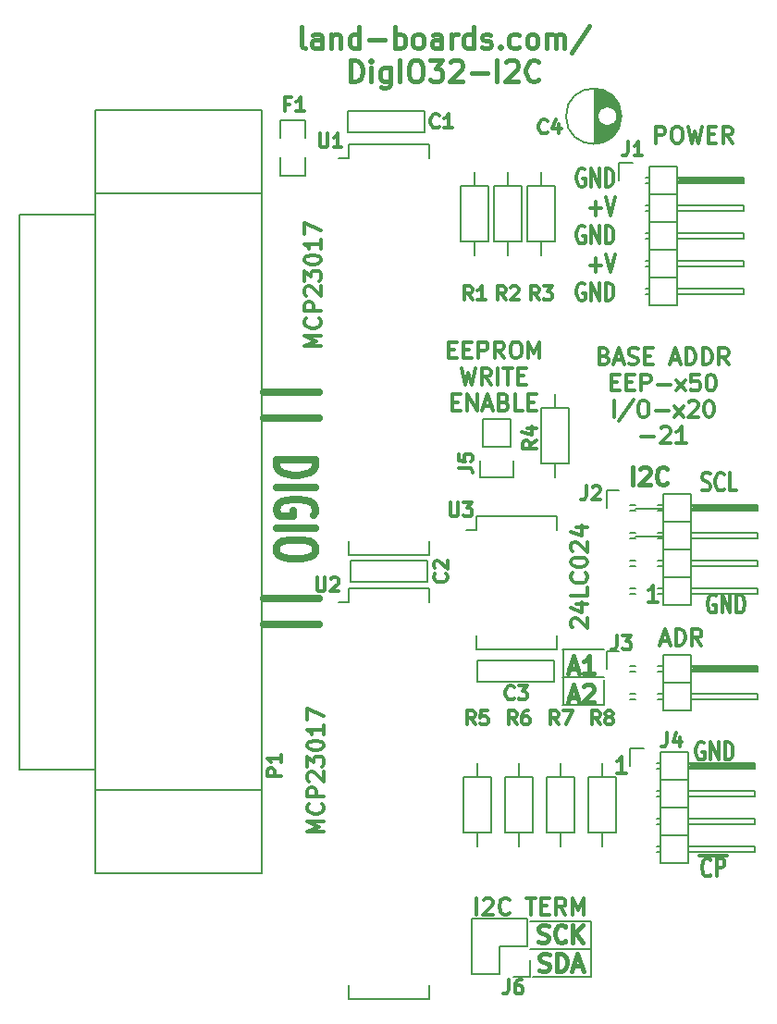
<source format=gto>
G04 #@! TF.FileFunction,Legend,Top*
%FSLAX46Y46*%
G04 Gerber Fmt 4.6, Leading zero omitted, Abs format (unit mm)*
G04 Created by KiCad (PCBNEW (after 2015-mar-04 BZR unknown)-product) date 10/25/2016 10:05:54 AM*
%MOMM*%
G01*
G04 APERTURE LIST*
%ADD10C,0.150000*%
%ADD11C,0.300000*%
%ADD12C,0.200000*%
%ADD13C,0.396875*%
%ADD14C,0.381000*%
%ADD15C,0.635000*%
%ADD16C,0.127000*%
%ADD17C,0.317500*%
G04 APERTURE END LIST*
D10*
D11*
X61226095Y-92537643D02*
X61165619Y-92616262D01*
X60984190Y-92694881D01*
X60863238Y-92694881D01*
X60681810Y-92616262D01*
X60560857Y-92459024D01*
X60500381Y-92301786D01*
X60439905Y-91987310D01*
X60439905Y-91751452D01*
X60500381Y-91436976D01*
X60560857Y-91279738D01*
X60681810Y-91122500D01*
X60863238Y-91043881D01*
X60984190Y-91043881D01*
X61165619Y-91122500D01*
X61226095Y-91201119D01*
X61770381Y-92694881D02*
X61770381Y-91043881D01*
X62254190Y-91043881D01*
X62375143Y-91122500D01*
X62435619Y-91201119D01*
X62496095Y-91358357D01*
X62496095Y-91594214D01*
X62435619Y-91751452D01*
X62375143Y-91830071D01*
X62254190Y-91908690D01*
X61770381Y-91908690D01*
X60198000Y-90759280D02*
X62738000Y-90759280D01*
X60439905Y-57310262D02*
X60621333Y-57388881D01*
X60923714Y-57388881D01*
X61044667Y-57310262D01*
X61105143Y-57231643D01*
X61165619Y-57074405D01*
X61165619Y-56917167D01*
X61105143Y-56759929D01*
X61044667Y-56681310D01*
X60923714Y-56602690D01*
X60681810Y-56524071D01*
X60560857Y-56445452D01*
X60500381Y-56366833D01*
X60439905Y-56209595D01*
X60439905Y-56052357D01*
X60500381Y-55895119D01*
X60560857Y-55816500D01*
X60681810Y-55737881D01*
X60984190Y-55737881D01*
X61165619Y-55816500D01*
X62435619Y-57231643D02*
X62375143Y-57310262D01*
X62193714Y-57388881D01*
X62072762Y-57388881D01*
X61891334Y-57310262D01*
X61770381Y-57153024D01*
X61709905Y-56995786D01*
X61649429Y-56681310D01*
X61649429Y-56445452D01*
X61709905Y-56130976D01*
X61770381Y-55973738D01*
X61891334Y-55816500D01*
X62072762Y-55737881D01*
X62193714Y-55737881D01*
X62375143Y-55816500D01*
X62435619Y-55895119D01*
X63584667Y-57388881D02*
X62979905Y-57388881D01*
X62979905Y-55737881D01*
D12*
X50292000Y-99314000D02*
X44704000Y-99314000D01*
X50292000Y-101854000D02*
X44958000Y-101854000D01*
X50292000Y-96774000D02*
X50292000Y-101854000D01*
X44704000Y-96774000D02*
X50292000Y-96774000D01*
X47752000Y-71882000D02*
X47752000Y-76962000D01*
D13*
X48278072Y-73668896D02*
X49034024Y-73668896D01*
X48126881Y-74122468D02*
X48656048Y-72534968D01*
X49185215Y-74122468D01*
X50545929Y-74122468D02*
X49638786Y-74122468D01*
X50092357Y-74122468D02*
X50092357Y-72534968D01*
X49941167Y-72761753D01*
X49789976Y-72912944D01*
X49638786Y-72988539D01*
X48278072Y-76288271D02*
X49034024Y-76288271D01*
X48126881Y-76741843D02*
X48656048Y-75154343D01*
X49185215Y-76741843D01*
X49638786Y-75305533D02*
X49714381Y-75229938D01*
X49865572Y-75154343D01*
X50243548Y-75154343D01*
X50394738Y-75229938D01*
X50470334Y-75305533D01*
X50545929Y-75456724D01*
X50545929Y-75607914D01*
X50470334Y-75834700D01*
X49563191Y-76741843D01*
X50545929Y-76741843D01*
D11*
X25570571Y-44179427D02*
X24070571Y-44179427D01*
X25142000Y-43679427D01*
X24070571Y-43179427D01*
X25570571Y-43179427D01*
X25427714Y-41607998D02*
X25499143Y-41679427D01*
X25570571Y-41893713D01*
X25570571Y-42036570D01*
X25499143Y-42250855D01*
X25356286Y-42393713D01*
X25213429Y-42465141D01*
X24927714Y-42536570D01*
X24713429Y-42536570D01*
X24427714Y-42465141D01*
X24284857Y-42393713D01*
X24142000Y-42250855D01*
X24070571Y-42036570D01*
X24070571Y-41893713D01*
X24142000Y-41679427D01*
X24213429Y-41607998D01*
X25570571Y-40965141D02*
X24070571Y-40965141D01*
X24070571Y-40393713D01*
X24142000Y-40250855D01*
X24213429Y-40179427D01*
X24356286Y-40107998D01*
X24570571Y-40107998D01*
X24713429Y-40179427D01*
X24784857Y-40250855D01*
X24856286Y-40393713D01*
X24856286Y-40965141D01*
X24213429Y-39536570D02*
X24142000Y-39465141D01*
X24070571Y-39322284D01*
X24070571Y-38965141D01*
X24142000Y-38822284D01*
X24213429Y-38750855D01*
X24356286Y-38679427D01*
X24499143Y-38679427D01*
X24713429Y-38750855D01*
X25570571Y-39607998D01*
X25570571Y-38679427D01*
X24070571Y-38179427D02*
X24070571Y-37250856D01*
X24642000Y-37750856D01*
X24642000Y-37536570D01*
X24713429Y-37393713D01*
X24784857Y-37322284D01*
X24927714Y-37250856D01*
X25284857Y-37250856D01*
X25427714Y-37322284D01*
X25499143Y-37393713D01*
X25570571Y-37536570D01*
X25570571Y-37965142D01*
X25499143Y-38107999D01*
X25427714Y-38179427D01*
X24070571Y-36322285D02*
X24070571Y-36179428D01*
X24142000Y-36036571D01*
X24213429Y-35965142D01*
X24356286Y-35893713D01*
X24642000Y-35822285D01*
X24999143Y-35822285D01*
X25284857Y-35893713D01*
X25427714Y-35965142D01*
X25499143Y-36036571D01*
X25570571Y-36179428D01*
X25570571Y-36322285D01*
X25499143Y-36465142D01*
X25427714Y-36536571D01*
X25284857Y-36607999D01*
X24999143Y-36679428D01*
X24642000Y-36679428D01*
X24356286Y-36607999D01*
X24213429Y-36536571D01*
X24142000Y-36465142D01*
X24070571Y-36322285D01*
X25570571Y-34393714D02*
X25570571Y-35250857D01*
X25570571Y-34822285D02*
X24070571Y-34822285D01*
X24284857Y-34965142D01*
X24427714Y-35108000D01*
X24499143Y-35250857D01*
X24070571Y-33893714D02*
X24070571Y-32893714D01*
X25570571Y-33536571D01*
D12*
X54350000Y-59046000D02*
X56890000Y-59046000D01*
X54350000Y-61586000D02*
X56890000Y-61586000D01*
X47698000Y-71952000D02*
X51508000Y-71952000D01*
X47698000Y-74492000D02*
X51508000Y-74492000D01*
X51508000Y-77032000D02*
X51508000Y-74746000D01*
X47698000Y-77032000D02*
X51508000Y-77032000D01*
D11*
X56225714Y-25570571D02*
X56225714Y-24070571D01*
X56797142Y-24070571D01*
X56940000Y-24142000D01*
X57011428Y-24213429D01*
X57082857Y-24356286D01*
X57082857Y-24570571D01*
X57011428Y-24713429D01*
X56940000Y-24784857D01*
X56797142Y-24856286D01*
X56225714Y-24856286D01*
X58011428Y-24070571D02*
X58297142Y-24070571D01*
X58440000Y-24142000D01*
X58582857Y-24284857D01*
X58654285Y-24570571D01*
X58654285Y-25070571D01*
X58582857Y-25356286D01*
X58440000Y-25499143D01*
X58297142Y-25570571D01*
X58011428Y-25570571D01*
X57868571Y-25499143D01*
X57725714Y-25356286D01*
X57654285Y-25070571D01*
X57654285Y-24570571D01*
X57725714Y-24284857D01*
X57868571Y-24142000D01*
X58011428Y-24070571D01*
X59154286Y-24070571D02*
X59511429Y-25570571D01*
X59797143Y-24499143D01*
X60082857Y-25570571D01*
X60440000Y-24070571D01*
X61011429Y-24784857D02*
X61511429Y-24784857D01*
X61725715Y-25570571D02*
X61011429Y-25570571D01*
X61011429Y-24070571D01*
X61725715Y-24070571D01*
X63225715Y-25570571D02*
X62725715Y-24856286D01*
X62368572Y-25570571D02*
X62368572Y-24070571D01*
X62940000Y-24070571D01*
X63082858Y-24142000D01*
X63154286Y-24213429D01*
X63225715Y-24356286D01*
X63225715Y-24570571D01*
X63154286Y-24713429D01*
X63082858Y-24784857D01*
X62940000Y-24856286D01*
X62368572Y-24856286D01*
X37259143Y-44482857D02*
X37759143Y-44482857D01*
X37973429Y-45268571D02*
X37259143Y-45268571D01*
X37259143Y-43768571D01*
X37973429Y-43768571D01*
X38616286Y-44482857D02*
X39116286Y-44482857D01*
X39330572Y-45268571D02*
X38616286Y-45268571D01*
X38616286Y-43768571D01*
X39330572Y-43768571D01*
X39973429Y-45268571D02*
X39973429Y-43768571D01*
X40544857Y-43768571D01*
X40687715Y-43840000D01*
X40759143Y-43911429D01*
X40830572Y-44054286D01*
X40830572Y-44268571D01*
X40759143Y-44411429D01*
X40687715Y-44482857D01*
X40544857Y-44554286D01*
X39973429Y-44554286D01*
X42330572Y-45268571D02*
X41830572Y-44554286D01*
X41473429Y-45268571D02*
X41473429Y-43768571D01*
X42044857Y-43768571D01*
X42187715Y-43840000D01*
X42259143Y-43911429D01*
X42330572Y-44054286D01*
X42330572Y-44268571D01*
X42259143Y-44411429D01*
X42187715Y-44482857D01*
X42044857Y-44554286D01*
X41473429Y-44554286D01*
X43259143Y-43768571D02*
X43544857Y-43768571D01*
X43687715Y-43840000D01*
X43830572Y-43982857D01*
X43902000Y-44268571D01*
X43902000Y-44768571D01*
X43830572Y-45054286D01*
X43687715Y-45197143D01*
X43544857Y-45268571D01*
X43259143Y-45268571D01*
X43116286Y-45197143D01*
X42973429Y-45054286D01*
X42902000Y-44768571D01*
X42902000Y-44268571D01*
X42973429Y-43982857D01*
X43116286Y-43840000D01*
X43259143Y-43768571D01*
X44544858Y-45268571D02*
X44544858Y-43768571D01*
X45044858Y-44840000D01*
X45544858Y-43768571D01*
X45544858Y-45268571D01*
X38402000Y-46168571D02*
X38759143Y-47668571D01*
X39044857Y-46597143D01*
X39330571Y-47668571D01*
X39687714Y-46168571D01*
X41116286Y-47668571D02*
X40616286Y-46954286D01*
X40259143Y-47668571D02*
X40259143Y-46168571D01*
X40830571Y-46168571D01*
X40973429Y-46240000D01*
X41044857Y-46311429D01*
X41116286Y-46454286D01*
X41116286Y-46668571D01*
X41044857Y-46811429D01*
X40973429Y-46882857D01*
X40830571Y-46954286D01*
X40259143Y-46954286D01*
X41759143Y-47668571D02*
X41759143Y-46168571D01*
X42259143Y-46168571D02*
X43116286Y-46168571D01*
X42687715Y-47668571D02*
X42687715Y-46168571D01*
X43616286Y-46882857D02*
X44116286Y-46882857D01*
X44330572Y-47668571D02*
X43616286Y-47668571D01*
X43616286Y-46168571D01*
X44330572Y-46168571D01*
X37616286Y-49282857D02*
X38116286Y-49282857D01*
X38330572Y-50068571D02*
X37616286Y-50068571D01*
X37616286Y-48568571D01*
X38330572Y-48568571D01*
X38973429Y-50068571D02*
X38973429Y-48568571D01*
X39830572Y-50068571D01*
X39830572Y-48568571D01*
X40473429Y-49640000D02*
X41187715Y-49640000D01*
X40330572Y-50068571D02*
X40830572Y-48568571D01*
X41330572Y-50068571D01*
X42330572Y-49282857D02*
X42544858Y-49354286D01*
X42616286Y-49425714D01*
X42687715Y-49568571D01*
X42687715Y-49782857D01*
X42616286Y-49925714D01*
X42544858Y-49997143D01*
X42402000Y-50068571D01*
X41830572Y-50068571D01*
X41830572Y-48568571D01*
X42330572Y-48568571D01*
X42473429Y-48640000D01*
X42544858Y-48711429D01*
X42616286Y-48854286D01*
X42616286Y-48997143D01*
X42544858Y-49140000D01*
X42473429Y-49211429D01*
X42330572Y-49282857D01*
X41830572Y-49282857D01*
X44044858Y-50068571D02*
X43330572Y-50068571D01*
X43330572Y-48568571D01*
X44544858Y-49282857D02*
X45044858Y-49282857D01*
X45259144Y-50068571D02*
X44544858Y-50068571D01*
X44544858Y-48568571D01*
X45259144Y-48568571D01*
X48597429Y-69920856D02*
X48526000Y-69849427D01*
X48454571Y-69706570D01*
X48454571Y-69349427D01*
X48526000Y-69206570D01*
X48597429Y-69135141D01*
X48740286Y-69063713D01*
X48883143Y-69063713D01*
X49097429Y-69135141D01*
X49954571Y-69992284D01*
X49954571Y-69063713D01*
X48954571Y-67777999D02*
X49954571Y-67777999D01*
X48383143Y-68135142D02*
X49454571Y-68492285D01*
X49454571Y-67563713D01*
X49954571Y-66277999D02*
X49954571Y-66992285D01*
X48454571Y-66992285D01*
X49811714Y-64920856D02*
X49883143Y-64992285D01*
X49954571Y-65206571D01*
X49954571Y-65349428D01*
X49883143Y-65563713D01*
X49740286Y-65706571D01*
X49597429Y-65777999D01*
X49311714Y-65849428D01*
X49097429Y-65849428D01*
X48811714Y-65777999D01*
X48668857Y-65706571D01*
X48526000Y-65563713D01*
X48454571Y-65349428D01*
X48454571Y-65206571D01*
X48526000Y-64992285D01*
X48597429Y-64920856D01*
X48454571Y-63992285D02*
X48454571Y-63849428D01*
X48526000Y-63706571D01*
X48597429Y-63635142D01*
X48740286Y-63563713D01*
X49026000Y-63492285D01*
X49383143Y-63492285D01*
X49668857Y-63563713D01*
X49811714Y-63635142D01*
X49883143Y-63706571D01*
X49954571Y-63849428D01*
X49954571Y-63992285D01*
X49883143Y-64135142D01*
X49811714Y-64206571D01*
X49668857Y-64277999D01*
X49383143Y-64349428D01*
X49026000Y-64349428D01*
X48740286Y-64277999D01*
X48597429Y-64206571D01*
X48526000Y-64135142D01*
X48454571Y-63992285D01*
X48597429Y-62920857D02*
X48526000Y-62849428D01*
X48454571Y-62706571D01*
X48454571Y-62349428D01*
X48526000Y-62206571D01*
X48597429Y-62135142D01*
X48740286Y-62063714D01*
X48883143Y-62063714D01*
X49097429Y-62135142D01*
X49954571Y-62992285D01*
X49954571Y-62063714D01*
X48954571Y-60778000D02*
X49954571Y-60778000D01*
X48383143Y-61135143D02*
X49454571Y-61492286D01*
X49454571Y-60563714D01*
X25824571Y-88629427D02*
X24324571Y-88629427D01*
X25396000Y-88129427D01*
X24324571Y-87629427D01*
X25824571Y-87629427D01*
X25681714Y-86057998D02*
X25753143Y-86129427D01*
X25824571Y-86343713D01*
X25824571Y-86486570D01*
X25753143Y-86700855D01*
X25610286Y-86843713D01*
X25467429Y-86915141D01*
X25181714Y-86986570D01*
X24967429Y-86986570D01*
X24681714Y-86915141D01*
X24538857Y-86843713D01*
X24396000Y-86700855D01*
X24324571Y-86486570D01*
X24324571Y-86343713D01*
X24396000Y-86129427D01*
X24467429Y-86057998D01*
X25824571Y-85415141D02*
X24324571Y-85415141D01*
X24324571Y-84843713D01*
X24396000Y-84700855D01*
X24467429Y-84629427D01*
X24610286Y-84557998D01*
X24824571Y-84557998D01*
X24967429Y-84629427D01*
X25038857Y-84700855D01*
X25110286Y-84843713D01*
X25110286Y-85415141D01*
X24467429Y-83986570D02*
X24396000Y-83915141D01*
X24324571Y-83772284D01*
X24324571Y-83415141D01*
X24396000Y-83272284D01*
X24467429Y-83200855D01*
X24610286Y-83129427D01*
X24753143Y-83129427D01*
X24967429Y-83200855D01*
X25824571Y-84057998D01*
X25824571Y-83129427D01*
X24324571Y-82629427D02*
X24324571Y-81700856D01*
X24896000Y-82200856D01*
X24896000Y-81986570D01*
X24967429Y-81843713D01*
X25038857Y-81772284D01*
X25181714Y-81700856D01*
X25538857Y-81700856D01*
X25681714Y-81772284D01*
X25753143Y-81843713D01*
X25824571Y-81986570D01*
X25824571Y-82415142D01*
X25753143Y-82557999D01*
X25681714Y-82629427D01*
X24324571Y-80772285D02*
X24324571Y-80629428D01*
X24396000Y-80486571D01*
X24467429Y-80415142D01*
X24610286Y-80343713D01*
X24896000Y-80272285D01*
X25253143Y-80272285D01*
X25538857Y-80343713D01*
X25681714Y-80415142D01*
X25753143Y-80486571D01*
X25824571Y-80629428D01*
X25824571Y-80772285D01*
X25753143Y-80915142D01*
X25681714Y-80986571D01*
X25538857Y-81057999D01*
X25253143Y-81129428D01*
X24896000Y-81129428D01*
X24610286Y-81057999D01*
X24467429Y-80986571D01*
X24396000Y-80915142D01*
X24324571Y-80772285D01*
X25824571Y-78843714D02*
X25824571Y-79700857D01*
X25824571Y-79272285D02*
X24324571Y-79272285D01*
X24538857Y-79415142D01*
X24681714Y-79558000D01*
X24753143Y-79700857D01*
X24324571Y-78343714D02*
X24324571Y-77343714D01*
X25824571Y-77986571D01*
D13*
X45456929Y-98646873D02*
X45683715Y-98722468D01*
X46061691Y-98722468D01*
X46212881Y-98646873D01*
X46288477Y-98571277D01*
X46364072Y-98420087D01*
X46364072Y-98268896D01*
X46288477Y-98117706D01*
X46212881Y-98042111D01*
X46061691Y-97966515D01*
X45759310Y-97890920D01*
X45608119Y-97815325D01*
X45532524Y-97739730D01*
X45456929Y-97588539D01*
X45456929Y-97437349D01*
X45532524Y-97286158D01*
X45608119Y-97210563D01*
X45759310Y-97134968D01*
X46137286Y-97134968D01*
X46364072Y-97210563D01*
X47951572Y-98571277D02*
X47875977Y-98646873D01*
X47649191Y-98722468D01*
X47498001Y-98722468D01*
X47271215Y-98646873D01*
X47120024Y-98495682D01*
X47044429Y-98344492D01*
X46968834Y-98042111D01*
X46968834Y-97815325D01*
X47044429Y-97512944D01*
X47120024Y-97361753D01*
X47271215Y-97210563D01*
X47498001Y-97134968D01*
X47649191Y-97134968D01*
X47875977Y-97210563D01*
X47951572Y-97286158D01*
X48631929Y-98722468D02*
X48631929Y-97134968D01*
X49539072Y-98722468D02*
X48858715Y-97815325D01*
X49539072Y-97134968D02*
X48631929Y-98042111D01*
X45570322Y-101266248D02*
X45797108Y-101341843D01*
X46175084Y-101341843D01*
X46326274Y-101266248D01*
X46401870Y-101190652D01*
X46477465Y-101039462D01*
X46477465Y-100888271D01*
X46401870Y-100737081D01*
X46326274Y-100661486D01*
X46175084Y-100585890D01*
X45872703Y-100510295D01*
X45721512Y-100434700D01*
X45645917Y-100359105D01*
X45570322Y-100207914D01*
X45570322Y-100056724D01*
X45645917Y-99905533D01*
X45721512Y-99829938D01*
X45872703Y-99754343D01*
X46250679Y-99754343D01*
X46477465Y-99829938D01*
X47157822Y-101341843D02*
X47157822Y-99754343D01*
X47535798Y-99754343D01*
X47762584Y-99829938D01*
X47913775Y-99981128D01*
X47989370Y-100132319D01*
X48064965Y-100434700D01*
X48064965Y-100661486D01*
X47989370Y-100963867D01*
X47913775Y-101115057D01*
X47762584Y-101266248D01*
X47535798Y-101341843D01*
X47157822Y-101341843D01*
X48669727Y-100888271D02*
X49425679Y-100888271D01*
X48518536Y-101341843D02*
X49047703Y-99754343D01*
X49576870Y-101341843D01*
D11*
X39811143Y-96182571D02*
X39811143Y-94682571D01*
X40454000Y-94825429D02*
X40525429Y-94754000D01*
X40668286Y-94682571D01*
X41025429Y-94682571D01*
X41168286Y-94754000D01*
X41239715Y-94825429D01*
X41311143Y-94968286D01*
X41311143Y-95111143D01*
X41239715Y-95325429D01*
X40382572Y-96182571D01*
X41311143Y-96182571D01*
X42811143Y-96039714D02*
X42739714Y-96111143D01*
X42525428Y-96182571D01*
X42382571Y-96182571D01*
X42168286Y-96111143D01*
X42025428Y-95968286D01*
X41954000Y-95825429D01*
X41882571Y-95539714D01*
X41882571Y-95325429D01*
X41954000Y-95039714D01*
X42025428Y-94896857D01*
X42168286Y-94754000D01*
X42382571Y-94682571D01*
X42525428Y-94682571D01*
X42739714Y-94754000D01*
X42811143Y-94825429D01*
X44382571Y-94682571D02*
X45239714Y-94682571D01*
X44811143Y-96182571D02*
X44811143Y-94682571D01*
X45739714Y-95396857D02*
X46239714Y-95396857D01*
X46454000Y-96182571D02*
X45739714Y-96182571D01*
X45739714Y-94682571D01*
X46454000Y-94682571D01*
X47954000Y-96182571D02*
X47454000Y-95468286D01*
X47096857Y-96182571D02*
X47096857Y-94682571D01*
X47668285Y-94682571D01*
X47811143Y-94754000D01*
X47882571Y-94825429D01*
X47954000Y-94968286D01*
X47954000Y-95182571D01*
X47882571Y-95325429D01*
X47811143Y-95396857D01*
X47668285Y-95468286D01*
X47096857Y-95468286D01*
X48596857Y-96182571D02*
X48596857Y-94682571D01*
X49096857Y-95754000D01*
X49596857Y-94682571D01*
X49596857Y-96182571D01*
X56673714Y-71116000D02*
X57388000Y-71116000D01*
X56530857Y-71544571D02*
X57030857Y-70044571D01*
X57530857Y-71544571D01*
X58030857Y-71544571D02*
X58030857Y-70044571D01*
X58388000Y-70044571D01*
X58602285Y-70116000D01*
X58745143Y-70258857D01*
X58816571Y-70401714D01*
X58888000Y-70687429D01*
X58888000Y-70901714D01*
X58816571Y-71187429D01*
X58745143Y-71330286D01*
X58602285Y-71473143D01*
X58388000Y-71544571D01*
X58030857Y-71544571D01*
X60388000Y-71544571D02*
X59888000Y-70830286D01*
X59530857Y-71544571D02*
X59530857Y-70044571D01*
X60102285Y-70044571D01*
X60245143Y-70116000D01*
X60316571Y-70187429D01*
X60388000Y-70330286D01*
X60388000Y-70544571D01*
X60316571Y-70687429D01*
X60245143Y-70758857D01*
X60102285Y-70830286D01*
X59530857Y-70830286D01*
X53514572Y-83228571D02*
X52657429Y-83228571D01*
X53086001Y-83228571D02*
X53086001Y-81728571D01*
X52943144Y-81942857D01*
X52800286Y-82085714D01*
X52657429Y-82157143D01*
X56386572Y-67574571D02*
X55529429Y-67574571D01*
X55958001Y-67574571D02*
X55958001Y-66074571D01*
X55815144Y-66288857D01*
X55672286Y-66431714D01*
X55529429Y-66503143D01*
X49675143Y-27987700D02*
X49554191Y-27909081D01*
X49372762Y-27909081D01*
X49191334Y-27987700D01*
X49070381Y-28144938D01*
X49009905Y-28302176D01*
X48949429Y-28616652D01*
X48949429Y-28852510D01*
X49009905Y-29166986D01*
X49070381Y-29324224D01*
X49191334Y-29481462D01*
X49372762Y-29560081D01*
X49493714Y-29560081D01*
X49675143Y-29481462D01*
X49735619Y-29402843D01*
X49735619Y-28852510D01*
X49493714Y-28852510D01*
X50279905Y-29560081D02*
X50279905Y-27909081D01*
X51005619Y-29560081D01*
X51005619Y-27909081D01*
X51610381Y-29560081D02*
X51610381Y-27909081D01*
X51912762Y-27909081D01*
X52094190Y-27987700D01*
X52215143Y-28144938D01*
X52275619Y-28302176D01*
X52336095Y-28616652D01*
X52336095Y-28852510D01*
X52275619Y-29166986D01*
X52215143Y-29324224D01*
X52094190Y-29481462D01*
X51912762Y-29560081D01*
X51610381Y-29560081D01*
X50219429Y-31542529D02*
X51187048Y-31542529D01*
X50703238Y-32171481D02*
X50703238Y-30913576D01*
X51610381Y-30520481D02*
X52033715Y-32171481D01*
X52457048Y-30520481D01*
X49675143Y-33210500D02*
X49554191Y-33131881D01*
X49372762Y-33131881D01*
X49191334Y-33210500D01*
X49070381Y-33367738D01*
X49009905Y-33524976D01*
X48949429Y-33839452D01*
X48949429Y-34075310D01*
X49009905Y-34389786D01*
X49070381Y-34547024D01*
X49191334Y-34704262D01*
X49372762Y-34782881D01*
X49493714Y-34782881D01*
X49675143Y-34704262D01*
X49735619Y-34625643D01*
X49735619Y-34075310D01*
X49493714Y-34075310D01*
X50279905Y-34782881D02*
X50279905Y-33131881D01*
X51005619Y-34782881D01*
X51005619Y-33131881D01*
X51610381Y-34782881D02*
X51610381Y-33131881D01*
X51912762Y-33131881D01*
X52094190Y-33210500D01*
X52215143Y-33367738D01*
X52275619Y-33524976D01*
X52336095Y-33839452D01*
X52336095Y-34075310D01*
X52275619Y-34389786D01*
X52215143Y-34547024D01*
X52094190Y-34704262D01*
X51912762Y-34782881D01*
X51610381Y-34782881D01*
X50219429Y-36765329D02*
X51187048Y-36765329D01*
X50703238Y-37394281D02*
X50703238Y-36136376D01*
X51610381Y-35743281D02*
X52033715Y-37394281D01*
X52457048Y-35743281D01*
X49675143Y-38433300D02*
X49554191Y-38354681D01*
X49372762Y-38354681D01*
X49191334Y-38433300D01*
X49070381Y-38590538D01*
X49009905Y-38747776D01*
X48949429Y-39062252D01*
X48949429Y-39298110D01*
X49009905Y-39612586D01*
X49070381Y-39769824D01*
X49191334Y-39927062D01*
X49372762Y-40005681D01*
X49493714Y-40005681D01*
X49675143Y-39927062D01*
X49735619Y-39848443D01*
X49735619Y-39298110D01*
X49493714Y-39298110D01*
X50279905Y-40005681D02*
X50279905Y-38354681D01*
X51005619Y-40005681D01*
X51005619Y-38354681D01*
X51610381Y-40005681D02*
X51610381Y-38354681D01*
X51912762Y-38354681D01*
X52094190Y-38433300D01*
X52215143Y-38590538D01*
X52275619Y-38747776D01*
X52336095Y-39062252D01*
X52336095Y-39298110D01*
X52275619Y-39612586D01*
X52215143Y-39769824D01*
X52094190Y-39927062D01*
X51912762Y-40005681D01*
X51610381Y-40005681D01*
X60597143Y-80454500D02*
X60476191Y-80375881D01*
X60294762Y-80375881D01*
X60113334Y-80454500D01*
X59992381Y-80611738D01*
X59931905Y-80768976D01*
X59871429Y-81083452D01*
X59871429Y-81319310D01*
X59931905Y-81633786D01*
X59992381Y-81791024D01*
X60113334Y-81948262D01*
X60294762Y-82026881D01*
X60415714Y-82026881D01*
X60597143Y-81948262D01*
X60657619Y-81869643D01*
X60657619Y-81319310D01*
X60415714Y-81319310D01*
X61201905Y-82026881D02*
X61201905Y-80375881D01*
X61927619Y-82026881D01*
X61927619Y-80375881D01*
X62532381Y-82026881D02*
X62532381Y-80375881D01*
X62834762Y-80375881D01*
X63016190Y-80454500D01*
X63137143Y-80611738D01*
X63197619Y-80768976D01*
X63258095Y-81083452D01*
X63258095Y-81319310D01*
X63197619Y-81633786D01*
X63137143Y-81791024D01*
X63016190Y-81948262D01*
X62834762Y-82026881D01*
X62532381Y-82026881D01*
X51503144Y-45060857D02*
X51717430Y-45132286D01*
X51788858Y-45203714D01*
X51860287Y-45346571D01*
X51860287Y-45560857D01*
X51788858Y-45703714D01*
X51717430Y-45775143D01*
X51574572Y-45846571D01*
X51003144Y-45846571D01*
X51003144Y-44346571D01*
X51503144Y-44346571D01*
X51646001Y-44418000D01*
X51717430Y-44489429D01*
X51788858Y-44632286D01*
X51788858Y-44775143D01*
X51717430Y-44918000D01*
X51646001Y-44989429D01*
X51503144Y-45060857D01*
X51003144Y-45060857D01*
X52431715Y-45418000D02*
X53146001Y-45418000D01*
X52288858Y-45846571D02*
X52788858Y-44346571D01*
X53288858Y-45846571D01*
X53717429Y-45775143D02*
X53931715Y-45846571D01*
X54288858Y-45846571D01*
X54431715Y-45775143D01*
X54503144Y-45703714D01*
X54574572Y-45560857D01*
X54574572Y-45418000D01*
X54503144Y-45275143D01*
X54431715Y-45203714D01*
X54288858Y-45132286D01*
X54003144Y-45060857D01*
X53860286Y-44989429D01*
X53788858Y-44918000D01*
X53717429Y-44775143D01*
X53717429Y-44632286D01*
X53788858Y-44489429D01*
X53860286Y-44418000D01*
X54003144Y-44346571D01*
X54360286Y-44346571D01*
X54574572Y-44418000D01*
X55217429Y-45060857D02*
X55717429Y-45060857D01*
X55931715Y-45846571D02*
X55217429Y-45846571D01*
X55217429Y-44346571D01*
X55931715Y-44346571D01*
X57646000Y-45418000D02*
X58360286Y-45418000D01*
X57503143Y-45846571D02*
X58003143Y-44346571D01*
X58503143Y-45846571D01*
X59003143Y-45846571D02*
X59003143Y-44346571D01*
X59360286Y-44346571D01*
X59574571Y-44418000D01*
X59717429Y-44560857D01*
X59788857Y-44703714D01*
X59860286Y-44989429D01*
X59860286Y-45203714D01*
X59788857Y-45489429D01*
X59717429Y-45632286D01*
X59574571Y-45775143D01*
X59360286Y-45846571D01*
X59003143Y-45846571D01*
X60503143Y-45846571D02*
X60503143Y-44346571D01*
X60860286Y-44346571D01*
X61074571Y-44418000D01*
X61217429Y-44560857D01*
X61288857Y-44703714D01*
X61360286Y-44989429D01*
X61360286Y-45203714D01*
X61288857Y-45489429D01*
X61217429Y-45632286D01*
X61074571Y-45775143D01*
X60860286Y-45846571D01*
X60503143Y-45846571D01*
X62860286Y-45846571D02*
X62360286Y-45132286D01*
X62003143Y-45846571D02*
X62003143Y-44346571D01*
X62574571Y-44346571D01*
X62717429Y-44418000D01*
X62788857Y-44489429D01*
X62860286Y-44632286D01*
X62860286Y-44846571D01*
X62788857Y-44989429D01*
X62717429Y-45060857D01*
X62574571Y-45132286D01*
X62003143Y-45132286D01*
X52181715Y-47460857D02*
X52681715Y-47460857D01*
X52896001Y-48246571D02*
X52181715Y-48246571D01*
X52181715Y-46746571D01*
X52896001Y-46746571D01*
X53538858Y-47460857D02*
X54038858Y-47460857D01*
X54253144Y-48246571D02*
X53538858Y-48246571D01*
X53538858Y-46746571D01*
X54253144Y-46746571D01*
X54896001Y-48246571D02*
X54896001Y-46746571D01*
X55467429Y-46746571D01*
X55610287Y-46818000D01*
X55681715Y-46889429D01*
X55753144Y-47032286D01*
X55753144Y-47246571D01*
X55681715Y-47389429D01*
X55610287Y-47460857D01*
X55467429Y-47532286D01*
X54896001Y-47532286D01*
X56396001Y-47675143D02*
X57538858Y-47675143D01*
X58110287Y-48246571D02*
X58896001Y-47246571D01*
X58110287Y-47246571D02*
X58896001Y-48246571D01*
X60181716Y-46746571D02*
X59467430Y-46746571D01*
X59396001Y-47460857D01*
X59467430Y-47389429D01*
X59610287Y-47318000D01*
X59967430Y-47318000D01*
X60110287Y-47389429D01*
X60181716Y-47460857D01*
X60253144Y-47603714D01*
X60253144Y-47960857D01*
X60181716Y-48103714D01*
X60110287Y-48175143D01*
X59967430Y-48246571D01*
X59610287Y-48246571D01*
X59467430Y-48175143D01*
X59396001Y-48103714D01*
X61181715Y-46746571D02*
X61324572Y-46746571D01*
X61467429Y-46818000D01*
X61538858Y-46889429D01*
X61610287Y-47032286D01*
X61681715Y-47318000D01*
X61681715Y-47675143D01*
X61610287Y-47960857D01*
X61538858Y-48103714D01*
X61467429Y-48175143D01*
X61324572Y-48246571D01*
X61181715Y-48246571D01*
X61038858Y-48175143D01*
X60967429Y-48103714D01*
X60896001Y-47960857D01*
X60824572Y-47675143D01*
X60824572Y-47318000D01*
X60896001Y-47032286D01*
X60967429Y-46889429D01*
X61038858Y-46818000D01*
X61181715Y-46746571D01*
X52360286Y-50646571D02*
X52360286Y-49146571D01*
X54146000Y-49075143D02*
X52860286Y-51003714D01*
X54931715Y-49146571D02*
X55217429Y-49146571D01*
X55360287Y-49218000D01*
X55503144Y-49360857D01*
X55574572Y-49646571D01*
X55574572Y-50146571D01*
X55503144Y-50432286D01*
X55360287Y-50575143D01*
X55217429Y-50646571D01*
X54931715Y-50646571D01*
X54788858Y-50575143D01*
X54646001Y-50432286D01*
X54574572Y-50146571D01*
X54574572Y-49646571D01*
X54646001Y-49360857D01*
X54788858Y-49218000D01*
X54931715Y-49146571D01*
X56217430Y-50075143D02*
X57360287Y-50075143D01*
X57931716Y-50646571D02*
X58717430Y-49646571D01*
X57931716Y-49646571D02*
X58717430Y-50646571D01*
X59217430Y-49289429D02*
X59288859Y-49218000D01*
X59431716Y-49146571D01*
X59788859Y-49146571D01*
X59931716Y-49218000D01*
X60003145Y-49289429D01*
X60074573Y-49432286D01*
X60074573Y-49575143D01*
X60003145Y-49789429D01*
X59146002Y-50646571D01*
X60074573Y-50646571D01*
X61003144Y-49146571D02*
X61146001Y-49146571D01*
X61288858Y-49218000D01*
X61360287Y-49289429D01*
X61431716Y-49432286D01*
X61503144Y-49718000D01*
X61503144Y-50075143D01*
X61431716Y-50360857D01*
X61360287Y-50503714D01*
X61288858Y-50575143D01*
X61146001Y-50646571D01*
X61003144Y-50646571D01*
X60860287Y-50575143D01*
X60788858Y-50503714D01*
X60717430Y-50360857D01*
X60646001Y-50075143D01*
X60646001Y-49718000D01*
X60717430Y-49432286D01*
X60788858Y-49289429D01*
X60860287Y-49218000D01*
X61003144Y-49146571D01*
X54896001Y-52475143D02*
X56038858Y-52475143D01*
X56681715Y-51689429D02*
X56753144Y-51618000D01*
X56896001Y-51546571D01*
X57253144Y-51546571D01*
X57396001Y-51618000D01*
X57467430Y-51689429D01*
X57538858Y-51832286D01*
X57538858Y-51975143D01*
X57467430Y-52189429D01*
X56610287Y-53046571D01*
X57538858Y-53046571D01*
X58967429Y-53046571D02*
X58110286Y-53046571D01*
X58538858Y-53046571D02*
X58538858Y-51546571D01*
X58396001Y-51760857D01*
X58253143Y-51903714D01*
X58110286Y-51975143D01*
D14*
X24084645Y-16863786D02*
X23903217Y-16773071D01*
X23812502Y-16591643D01*
X23812502Y-14958786D01*
X25626788Y-16863786D02*
X25626788Y-15865929D01*
X25536074Y-15684500D01*
X25354645Y-15593786D01*
X24991788Y-15593786D01*
X24810359Y-15684500D01*
X25626788Y-16773071D02*
X25445359Y-16863786D01*
X24991788Y-16863786D01*
X24810359Y-16773071D01*
X24719645Y-16591643D01*
X24719645Y-16410214D01*
X24810359Y-16228786D01*
X24991788Y-16138071D01*
X25445359Y-16138071D01*
X25626788Y-16047357D01*
X26533930Y-15593786D02*
X26533930Y-16863786D01*
X26533930Y-15775214D02*
X26624645Y-15684500D01*
X26806073Y-15593786D01*
X27078216Y-15593786D01*
X27259645Y-15684500D01*
X27350359Y-15865929D01*
X27350359Y-16863786D01*
X29073930Y-16863786D02*
X29073930Y-14958786D01*
X29073930Y-16773071D02*
X28892501Y-16863786D01*
X28529644Y-16863786D01*
X28348216Y-16773071D01*
X28257501Y-16682357D01*
X28166787Y-16500929D01*
X28166787Y-15956643D01*
X28257501Y-15775214D01*
X28348216Y-15684500D01*
X28529644Y-15593786D01*
X28892501Y-15593786D01*
X29073930Y-15684500D01*
X29981072Y-16138071D02*
X31432501Y-16138071D01*
X32339643Y-16863786D02*
X32339643Y-14958786D01*
X32339643Y-15684500D02*
X32521072Y-15593786D01*
X32883929Y-15593786D01*
X33065358Y-15684500D01*
X33156072Y-15775214D01*
X33246786Y-15956643D01*
X33246786Y-16500929D01*
X33156072Y-16682357D01*
X33065358Y-16773071D01*
X32883929Y-16863786D01*
X32521072Y-16863786D01*
X32339643Y-16773071D01*
X34335357Y-16863786D02*
X34153929Y-16773071D01*
X34063214Y-16682357D01*
X33972500Y-16500929D01*
X33972500Y-15956643D01*
X34063214Y-15775214D01*
X34153929Y-15684500D01*
X34335357Y-15593786D01*
X34607500Y-15593786D01*
X34788929Y-15684500D01*
X34879643Y-15775214D01*
X34970357Y-15956643D01*
X34970357Y-16500929D01*
X34879643Y-16682357D01*
X34788929Y-16773071D01*
X34607500Y-16863786D01*
X34335357Y-16863786D01*
X36603214Y-16863786D02*
X36603214Y-15865929D01*
X36512500Y-15684500D01*
X36331071Y-15593786D01*
X35968214Y-15593786D01*
X35786785Y-15684500D01*
X36603214Y-16773071D02*
X36421785Y-16863786D01*
X35968214Y-16863786D01*
X35786785Y-16773071D01*
X35696071Y-16591643D01*
X35696071Y-16410214D01*
X35786785Y-16228786D01*
X35968214Y-16138071D01*
X36421785Y-16138071D01*
X36603214Y-16047357D01*
X37510356Y-16863786D02*
X37510356Y-15593786D01*
X37510356Y-15956643D02*
X37601071Y-15775214D01*
X37691785Y-15684500D01*
X37873214Y-15593786D01*
X38054642Y-15593786D01*
X39506071Y-16863786D02*
X39506071Y-14958786D01*
X39506071Y-16773071D02*
X39324642Y-16863786D01*
X38961785Y-16863786D01*
X38780357Y-16773071D01*
X38689642Y-16682357D01*
X38598928Y-16500929D01*
X38598928Y-15956643D01*
X38689642Y-15775214D01*
X38780357Y-15684500D01*
X38961785Y-15593786D01*
X39324642Y-15593786D01*
X39506071Y-15684500D01*
X40322499Y-16773071D02*
X40503928Y-16863786D01*
X40866785Y-16863786D01*
X41048213Y-16773071D01*
X41138928Y-16591643D01*
X41138928Y-16500929D01*
X41048213Y-16319500D01*
X40866785Y-16228786D01*
X40594642Y-16228786D01*
X40413213Y-16138071D01*
X40322499Y-15956643D01*
X40322499Y-15865929D01*
X40413213Y-15684500D01*
X40594642Y-15593786D01*
X40866785Y-15593786D01*
X41048213Y-15684500D01*
X41955356Y-16682357D02*
X42046071Y-16773071D01*
X41955356Y-16863786D01*
X41864642Y-16773071D01*
X41955356Y-16682357D01*
X41955356Y-16863786D01*
X43678928Y-16773071D02*
X43497499Y-16863786D01*
X43134642Y-16863786D01*
X42953214Y-16773071D01*
X42862499Y-16682357D01*
X42771785Y-16500929D01*
X42771785Y-15956643D01*
X42862499Y-15775214D01*
X42953214Y-15684500D01*
X43134642Y-15593786D01*
X43497499Y-15593786D01*
X43678928Y-15684500D01*
X44767499Y-16863786D02*
X44586071Y-16773071D01*
X44495356Y-16682357D01*
X44404642Y-16500929D01*
X44404642Y-15956643D01*
X44495356Y-15775214D01*
X44586071Y-15684500D01*
X44767499Y-15593786D01*
X45039642Y-15593786D01*
X45221071Y-15684500D01*
X45311785Y-15775214D01*
X45402499Y-15956643D01*
X45402499Y-16500929D01*
X45311785Y-16682357D01*
X45221071Y-16773071D01*
X45039642Y-16863786D01*
X44767499Y-16863786D01*
X46218927Y-16863786D02*
X46218927Y-15593786D01*
X46218927Y-15775214D02*
X46309642Y-15684500D01*
X46491070Y-15593786D01*
X46763213Y-15593786D01*
X46944642Y-15684500D01*
X47035356Y-15865929D01*
X47035356Y-16863786D01*
X47035356Y-15865929D02*
X47126070Y-15684500D01*
X47307499Y-15593786D01*
X47579642Y-15593786D01*
X47761070Y-15684500D01*
X47851785Y-15865929D01*
X47851785Y-16863786D01*
X50119642Y-14868071D02*
X48486785Y-17317357D01*
X28257500Y-19911786D02*
X28257500Y-18006786D01*
X28711072Y-18006786D01*
X28983215Y-18097500D01*
X29164643Y-18278929D01*
X29255358Y-18460357D01*
X29346072Y-18823214D01*
X29346072Y-19095357D01*
X29255358Y-19458214D01*
X29164643Y-19639643D01*
X28983215Y-19821071D01*
X28711072Y-19911786D01*
X28257500Y-19911786D01*
X30162500Y-19911786D02*
X30162500Y-18641786D01*
X30162500Y-18006786D02*
X30071786Y-18097500D01*
X30162500Y-18188214D01*
X30253215Y-18097500D01*
X30162500Y-18006786D01*
X30162500Y-18188214D01*
X31886072Y-18641786D02*
X31886072Y-20183929D01*
X31795358Y-20365357D01*
X31704643Y-20456071D01*
X31523215Y-20546786D01*
X31251072Y-20546786D01*
X31069643Y-20456071D01*
X31886072Y-19821071D02*
X31704643Y-19911786D01*
X31341786Y-19911786D01*
X31160358Y-19821071D01*
X31069643Y-19730357D01*
X30978929Y-19548929D01*
X30978929Y-19004643D01*
X31069643Y-18823214D01*
X31160358Y-18732500D01*
X31341786Y-18641786D01*
X31704643Y-18641786D01*
X31886072Y-18732500D01*
X32793214Y-19911786D02*
X32793214Y-18006786D01*
X34063215Y-18006786D02*
X34426072Y-18006786D01*
X34607500Y-18097500D01*
X34788929Y-18278929D01*
X34879643Y-18641786D01*
X34879643Y-19276786D01*
X34788929Y-19639643D01*
X34607500Y-19821071D01*
X34426072Y-19911786D01*
X34063215Y-19911786D01*
X33881786Y-19821071D01*
X33700357Y-19639643D01*
X33609643Y-19276786D01*
X33609643Y-18641786D01*
X33700357Y-18278929D01*
X33881786Y-18097500D01*
X34063215Y-18006786D01*
X35514643Y-18006786D02*
X36693929Y-18006786D01*
X36058929Y-18732500D01*
X36331071Y-18732500D01*
X36512500Y-18823214D01*
X36603214Y-18913929D01*
X36693929Y-19095357D01*
X36693929Y-19548929D01*
X36603214Y-19730357D01*
X36512500Y-19821071D01*
X36331071Y-19911786D01*
X35786786Y-19911786D01*
X35605357Y-19821071D01*
X35514643Y-19730357D01*
X37419643Y-18188214D02*
X37510357Y-18097500D01*
X37691786Y-18006786D01*
X38145357Y-18006786D01*
X38326786Y-18097500D01*
X38417500Y-18188214D01*
X38508215Y-18369643D01*
X38508215Y-18551071D01*
X38417500Y-18823214D01*
X37328929Y-19911786D01*
X38508215Y-19911786D01*
X39324643Y-19186071D02*
X40776072Y-19186071D01*
X41683214Y-19911786D02*
X41683214Y-18006786D01*
X42499643Y-18188214D02*
X42590357Y-18097500D01*
X42771786Y-18006786D01*
X43225357Y-18006786D01*
X43406786Y-18097500D01*
X43497500Y-18188214D01*
X43588215Y-18369643D01*
X43588215Y-18551071D01*
X43497500Y-18823214D01*
X42408929Y-19911786D01*
X43588215Y-19911786D01*
X45493215Y-19730357D02*
X45402501Y-19821071D01*
X45130358Y-19911786D01*
X44948929Y-19911786D01*
X44676786Y-19821071D01*
X44495358Y-19639643D01*
X44404643Y-19458214D01*
X44313929Y-19095357D01*
X44313929Y-18823214D01*
X44404643Y-18460357D01*
X44495358Y-18278929D01*
X44676786Y-18097500D01*
X44948929Y-18006786D01*
X45130358Y-18006786D01*
X45402501Y-18097500D01*
X45493215Y-18188214D01*
D13*
X54076298Y-56852155D02*
X54076298Y-55264655D01*
X54756655Y-55415845D02*
X54832250Y-55340250D01*
X54983441Y-55264655D01*
X55361417Y-55264655D01*
X55512607Y-55340250D01*
X55588203Y-55415845D01*
X55663798Y-55567036D01*
X55663798Y-55718226D01*
X55588203Y-55945012D01*
X54681060Y-56852155D01*
X55663798Y-56852155D01*
X57251298Y-56700964D02*
X57175703Y-56776560D01*
X56948917Y-56852155D01*
X56797727Y-56852155D01*
X56570941Y-56776560D01*
X56419750Y-56625369D01*
X56344155Y-56474179D01*
X56268560Y-56171798D01*
X56268560Y-55945012D01*
X56344155Y-55642631D01*
X56419750Y-55491440D01*
X56570941Y-55340250D01*
X56797727Y-55264655D01*
X56948917Y-55264655D01*
X57175703Y-55340250D01*
X57251298Y-55415845D01*
D11*
X61673619Y-66992500D02*
X61552667Y-66913881D01*
X61371238Y-66913881D01*
X61189810Y-66992500D01*
X61068857Y-67149738D01*
X61008381Y-67306976D01*
X60947905Y-67621452D01*
X60947905Y-67857310D01*
X61008381Y-68171786D01*
X61068857Y-68329024D01*
X61189810Y-68486262D01*
X61371238Y-68564881D01*
X61492190Y-68564881D01*
X61673619Y-68486262D01*
X61734095Y-68407643D01*
X61734095Y-67857310D01*
X61492190Y-67857310D01*
X62278381Y-68564881D02*
X62278381Y-66913881D01*
X63004095Y-68564881D01*
X63004095Y-66913881D01*
X63608857Y-68564881D02*
X63608857Y-66913881D01*
X63911238Y-66913881D01*
X64092666Y-66992500D01*
X64213619Y-67149738D01*
X64274095Y-67306976D01*
X64334571Y-67621452D01*
X64334571Y-67857310D01*
X64274095Y-68171786D01*
X64213619Y-68329024D01*
X64092666Y-68486262D01*
X63911238Y-68564881D01*
X63608857Y-68564881D01*
D15*
X20320000Y-48368856D02*
X25400000Y-48368856D01*
X20320000Y-50787904D02*
X25400000Y-50787904D01*
X21505333Y-54537428D02*
X25061333Y-54537428D01*
X25061333Y-55142190D01*
X24892000Y-55505047D01*
X24553333Y-55746952D01*
X24214667Y-55867904D01*
X23537333Y-55988856D01*
X23029333Y-55988856D01*
X22352000Y-55867904D01*
X22013333Y-55746952D01*
X21674667Y-55505047D01*
X21505333Y-55142190D01*
X21505333Y-54537428D01*
X21505333Y-57077428D02*
X25061333Y-57077428D01*
X24892000Y-59617428D02*
X25061333Y-59375523D01*
X25061333Y-59012666D01*
X24892000Y-58649809D01*
X24553333Y-58407904D01*
X24214667Y-58286952D01*
X23537333Y-58166000D01*
X23029333Y-58166000D01*
X22352000Y-58286952D01*
X22013333Y-58407904D01*
X21674667Y-58649809D01*
X21505333Y-59012666D01*
X21505333Y-59254571D01*
X21674667Y-59617428D01*
X21844000Y-59738380D01*
X23029333Y-59738380D01*
X23029333Y-59254571D01*
X21505333Y-60826952D02*
X25061333Y-60826952D01*
X25061333Y-62520285D02*
X25061333Y-63004095D01*
X24892000Y-63246000D01*
X24553333Y-63487904D01*
X23876000Y-63608857D01*
X22690667Y-63608857D01*
X22013333Y-63487904D01*
X21674667Y-63246000D01*
X21505333Y-63004095D01*
X21505333Y-62520285D01*
X21674667Y-62278381D01*
X22013333Y-62036476D01*
X22690667Y-61915524D01*
X23876000Y-61915524D01*
X24553333Y-62036476D01*
X24892000Y-62278381D01*
X25061333Y-62520285D01*
X20320000Y-67237428D02*
X25400000Y-67237428D01*
X20320000Y-69656476D02*
X25400000Y-69656476D01*
D16*
X24143000Y-23460000D02*
X21857000Y-23460000D01*
X21857000Y-23460000D02*
X21857000Y-25111000D01*
X24143000Y-26889000D02*
X24143000Y-28540000D01*
X24143000Y-28540000D02*
X21857000Y-28540000D01*
X21857000Y-28540000D02*
X21857000Y-26889000D01*
X24143000Y-25111000D02*
X24143000Y-23460000D01*
D10*
X40386000Y-53340000D02*
X40386000Y-50800000D01*
X40106000Y-56160000D02*
X40106000Y-54610000D01*
X40386000Y-53340000D02*
X42926000Y-53340000D01*
X43206000Y-54610000D02*
X43206000Y-56160000D01*
X43206000Y-56160000D02*
X40106000Y-56160000D01*
X42926000Y-53340000D02*
X42926000Y-50800000D01*
X42926000Y-50800000D02*
X40386000Y-50800000D01*
X35036000Y-24622000D02*
X28036000Y-24622000D01*
X28036000Y-24622000D02*
X28036000Y-22622000D01*
X28036000Y-22622000D02*
X35036000Y-22622000D01*
X35036000Y-22622000D02*
X35036000Y-24622000D01*
X35290000Y-65770000D02*
X28290000Y-65770000D01*
X28290000Y-65770000D02*
X28290000Y-63770000D01*
X28290000Y-63770000D02*
X35290000Y-63770000D01*
X35290000Y-63770000D02*
X35290000Y-65770000D01*
X20175000Y-22575000D02*
X20175000Y-92425000D01*
X20175000Y-92425000D02*
X4935000Y-92425000D01*
X4935000Y-92425000D02*
X4935000Y-22575000D01*
X4935000Y-22575000D02*
X20175000Y-22575000D01*
X4935000Y-32100000D02*
X-2050000Y-32100000D01*
X-2050000Y-32100000D02*
X-2050000Y-82900000D01*
X-2050000Y-82900000D02*
X4935000Y-82900000D01*
X4935000Y-30195000D02*
X20175000Y-30195000D01*
X4935000Y-84805000D02*
X20175000Y-84805000D01*
X28075000Y-66285000D02*
X28075000Y-67555000D01*
X35425000Y-66285000D02*
X35425000Y-67555000D01*
X35425000Y-103895000D02*
X35425000Y-102625000D01*
X28075000Y-103895000D02*
X28075000Y-102625000D01*
X28075000Y-66285000D02*
X35425000Y-66285000D01*
X28075000Y-103895000D02*
X35425000Y-103895000D01*
X28075000Y-67555000D02*
X27140000Y-67555000D01*
X28075000Y-25645000D02*
X28075000Y-26915000D01*
X35425000Y-25645000D02*
X35425000Y-26915000D01*
X35425000Y-63255000D02*
X35425000Y-61985000D01*
X28075000Y-63255000D02*
X28075000Y-61985000D01*
X28075000Y-25645000D02*
X35425000Y-25645000D01*
X28075000Y-63255000D02*
X35425000Y-63255000D01*
X28075000Y-26915000D02*
X27140000Y-26915000D01*
X39759000Y-59681000D02*
X39759000Y-60951000D01*
X47109000Y-59681000D02*
X47109000Y-60951000D01*
X47109000Y-71891000D02*
X47109000Y-70621000D01*
X39759000Y-71891000D02*
X39759000Y-70621000D01*
X39759000Y-59681000D02*
X47109000Y-59681000D01*
X39759000Y-71891000D02*
X47109000Y-71891000D01*
X39759000Y-60951000D02*
X38824000Y-60951000D01*
X52832000Y-57378000D02*
X51682000Y-57378000D01*
X51682000Y-57378000D02*
X51682000Y-58928000D01*
X54356000Y-66802000D02*
X53848000Y-66802000D01*
X54356000Y-66294000D02*
X53848000Y-66294000D01*
X54356000Y-64262000D02*
X53848000Y-64262000D01*
X54356000Y-63754000D02*
X53848000Y-63754000D01*
X54356000Y-61722000D02*
X53848000Y-61722000D01*
X54356000Y-61214000D02*
X53848000Y-61214000D01*
X54356000Y-59182000D02*
X53848000Y-59182000D01*
X54356000Y-58674000D02*
X53848000Y-58674000D01*
X56896000Y-58674000D02*
X56388000Y-58674000D01*
X56896000Y-59182000D02*
X56388000Y-59182000D01*
X56896000Y-61214000D02*
X56388000Y-61214000D01*
X56896000Y-61722000D02*
X56388000Y-61722000D01*
X56896000Y-66802000D02*
X56388000Y-66802000D01*
X56896000Y-66294000D02*
X56388000Y-66294000D01*
X56896000Y-64262000D02*
X56388000Y-64262000D01*
X56896000Y-63754000D02*
X56388000Y-63754000D01*
X59436000Y-58801000D02*
X65405000Y-58801000D01*
X65405000Y-58801000D02*
X65405000Y-59055000D01*
X65405000Y-59055000D02*
X59563000Y-59055000D01*
X59563000Y-59055000D02*
X59563000Y-58928000D01*
X59563000Y-58928000D02*
X65405000Y-58928000D01*
X56896000Y-67818000D02*
X59436000Y-67818000D01*
X56896000Y-62738000D02*
X59436000Y-62738000D01*
X56896000Y-62738000D02*
X56896000Y-65278000D01*
X56896000Y-65278000D02*
X59436000Y-65278000D01*
X59436000Y-63754000D02*
X65532000Y-63754000D01*
X65532000Y-63754000D02*
X65532000Y-64262000D01*
X65532000Y-64262000D02*
X59436000Y-64262000D01*
X59436000Y-65278000D02*
X59436000Y-62738000D01*
X59436000Y-67818000D02*
X59436000Y-65278000D01*
X65532000Y-66802000D02*
X59436000Y-66802000D01*
X65532000Y-66294000D02*
X65532000Y-66802000D01*
X59436000Y-66294000D02*
X65532000Y-66294000D01*
X56896000Y-67818000D02*
X59436000Y-67818000D01*
X56896000Y-65278000D02*
X56896000Y-67818000D01*
X56896000Y-65278000D02*
X59436000Y-65278000D01*
X56896000Y-60198000D02*
X59436000Y-60198000D01*
X56896000Y-60198000D02*
X56896000Y-62738000D01*
X56896000Y-62738000D02*
X59436000Y-62738000D01*
X59436000Y-61214000D02*
X65532000Y-61214000D01*
X65532000Y-61214000D02*
X65532000Y-61722000D01*
X65532000Y-61722000D02*
X59436000Y-61722000D01*
X59436000Y-62738000D02*
X59436000Y-60198000D01*
X59436000Y-60198000D02*
X59436000Y-57658000D01*
X65532000Y-59182000D02*
X59436000Y-59182000D01*
X65532000Y-58674000D02*
X65532000Y-59182000D01*
X59436000Y-58674000D02*
X65532000Y-58674000D01*
X56896000Y-60198000D02*
X59436000Y-60198000D01*
X56896000Y-57658000D02*
X56896000Y-60198000D01*
X56896000Y-57658000D02*
X59436000Y-57658000D01*
X52802000Y-27406000D02*
X52802000Y-28956000D01*
X54102000Y-27406000D02*
X52802000Y-27406000D01*
X58293000Y-28829000D02*
X64135000Y-28829000D01*
X64135000Y-28829000D02*
X64135000Y-29083000D01*
X64135000Y-29083000D02*
X58293000Y-29083000D01*
X58293000Y-29083000D02*
X58293000Y-28956000D01*
X58293000Y-28956000D02*
X64135000Y-28956000D01*
X55626000Y-28702000D02*
X55245000Y-28702000D01*
X55626000Y-29210000D02*
X55245000Y-29210000D01*
X55626000Y-31242000D02*
X55245000Y-31242000D01*
X55626000Y-31750000D02*
X55245000Y-31750000D01*
X55626000Y-33782000D02*
X55245000Y-33782000D01*
X55626000Y-34290000D02*
X55245000Y-34290000D01*
X55626000Y-36322000D02*
X55245000Y-36322000D01*
X55626000Y-36830000D02*
X55245000Y-36830000D01*
X55626000Y-39370000D02*
X55245000Y-39370000D01*
X55626000Y-38862000D02*
X55245000Y-38862000D01*
X58166000Y-30226000D02*
X58166000Y-27686000D01*
X64262000Y-29210000D02*
X58166000Y-29210000D01*
X64262000Y-28702000D02*
X64262000Y-29210000D01*
X58166000Y-28702000D02*
X64262000Y-28702000D01*
X55626000Y-30226000D02*
X58166000Y-30226000D01*
X55626000Y-27686000D02*
X55626000Y-30226000D01*
X55626000Y-27686000D02*
X58166000Y-27686000D01*
X55626000Y-32766000D02*
X58166000Y-32766000D01*
X55626000Y-32766000D02*
X55626000Y-35306000D01*
X55626000Y-35306000D02*
X58166000Y-35306000D01*
X58166000Y-33782000D02*
X64262000Y-33782000D01*
X64262000Y-33782000D02*
X64262000Y-34290000D01*
X64262000Y-34290000D02*
X58166000Y-34290000D01*
X58166000Y-35306000D02*
X58166000Y-32766000D01*
X58166000Y-32766000D02*
X58166000Y-30226000D01*
X64262000Y-31750000D02*
X58166000Y-31750000D01*
X64262000Y-31242000D02*
X64262000Y-31750000D01*
X58166000Y-31242000D02*
X64262000Y-31242000D01*
X55626000Y-32766000D02*
X58166000Y-32766000D01*
X55626000Y-30226000D02*
X55626000Y-32766000D01*
X55626000Y-30226000D02*
X58166000Y-30226000D01*
X55626000Y-37846000D02*
X58166000Y-37846000D01*
X55626000Y-37846000D02*
X55626000Y-40386000D01*
X55626000Y-40386000D02*
X58166000Y-40386000D01*
X58166000Y-38862000D02*
X64262000Y-38862000D01*
X64262000Y-38862000D02*
X64262000Y-39370000D01*
X64262000Y-39370000D02*
X58166000Y-39370000D01*
X58166000Y-40386000D02*
X58166000Y-37846000D01*
X58166000Y-37846000D02*
X58166000Y-35306000D01*
X64262000Y-36830000D02*
X58166000Y-36830000D01*
X64262000Y-36322000D02*
X64262000Y-36830000D01*
X58166000Y-36322000D02*
X64262000Y-36322000D01*
X55626000Y-37846000D02*
X58166000Y-37846000D01*
X55626000Y-35306000D02*
X55626000Y-37846000D01*
X55626000Y-35306000D02*
X58166000Y-35306000D01*
X42418000Y-88646000D02*
X42418000Y-83566000D01*
X42418000Y-83566000D02*
X44958000Y-83566000D01*
X44958000Y-83566000D02*
X44958000Y-88646000D01*
X44958000Y-88646000D02*
X42418000Y-88646000D01*
X43688000Y-88646000D02*
X43688000Y-89916000D01*
X43688000Y-83566000D02*
X43688000Y-82296000D01*
X38608000Y-88646000D02*
X38608000Y-83566000D01*
X38608000Y-83566000D02*
X41148000Y-83566000D01*
X41148000Y-83566000D02*
X41148000Y-88646000D01*
X41148000Y-88646000D02*
X38608000Y-88646000D01*
X39878000Y-88646000D02*
X39878000Y-89916000D01*
X39878000Y-83566000D02*
X39878000Y-82296000D01*
X46228000Y-88646000D02*
X46228000Y-83566000D01*
X46228000Y-83566000D02*
X48768000Y-83566000D01*
X48768000Y-83566000D02*
X48768000Y-88646000D01*
X48768000Y-88646000D02*
X46228000Y-88646000D01*
X47498000Y-88646000D02*
X47498000Y-89916000D01*
X47498000Y-83566000D02*
X47498000Y-82296000D01*
X44450000Y-34544000D02*
X44450000Y-29464000D01*
X44450000Y-29464000D02*
X46990000Y-29464000D01*
X46990000Y-29464000D02*
X46990000Y-34544000D01*
X46990000Y-34544000D02*
X44450000Y-34544000D01*
X45720000Y-34544000D02*
X45720000Y-35814000D01*
X45720000Y-29464000D02*
X45720000Y-28194000D01*
X45720000Y-54864000D02*
X45720000Y-49784000D01*
X45720000Y-49784000D02*
X48260000Y-49784000D01*
X48260000Y-49784000D02*
X48260000Y-54864000D01*
X48260000Y-54864000D02*
X45720000Y-54864000D01*
X46990000Y-54864000D02*
X46990000Y-56134000D01*
X46990000Y-49784000D02*
X46990000Y-48514000D01*
X38354000Y-34544000D02*
X38354000Y-29464000D01*
X38354000Y-29464000D02*
X40894000Y-29464000D01*
X40894000Y-29464000D02*
X40894000Y-34544000D01*
X40894000Y-34544000D02*
X38354000Y-34544000D01*
X39624000Y-34544000D02*
X39624000Y-35814000D01*
X39624000Y-29464000D02*
X39624000Y-28194000D01*
X50038000Y-88646000D02*
X50038000Y-83566000D01*
X50038000Y-83566000D02*
X52578000Y-83566000D01*
X52578000Y-83566000D02*
X52578000Y-88646000D01*
X52578000Y-88646000D02*
X50038000Y-88646000D01*
X51308000Y-88646000D02*
X51308000Y-89916000D01*
X51308000Y-83566000D02*
X51308000Y-82296000D01*
X41402000Y-34544000D02*
X41402000Y-29464000D01*
X41402000Y-29464000D02*
X43942000Y-29464000D01*
X43942000Y-29464000D02*
X43942000Y-34544000D01*
X43942000Y-34544000D02*
X41402000Y-34544000D01*
X42672000Y-34544000D02*
X42672000Y-35814000D01*
X42672000Y-29464000D02*
X42672000Y-28194000D01*
X53818000Y-81000000D02*
X53818000Y-82550000D01*
X55118000Y-81000000D02*
X53818000Y-81000000D01*
X59309000Y-82423000D02*
X65151000Y-82423000D01*
X65151000Y-82423000D02*
X65151000Y-82677000D01*
X65151000Y-82677000D02*
X59309000Y-82677000D01*
X59309000Y-82677000D02*
X59309000Y-82550000D01*
X59309000Y-82550000D02*
X65151000Y-82550000D01*
X56642000Y-82296000D02*
X56261000Y-82296000D01*
X56642000Y-82804000D02*
X56261000Y-82804000D01*
X56642000Y-84836000D02*
X56261000Y-84836000D01*
X56642000Y-85344000D02*
X56261000Y-85344000D01*
X56642000Y-87376000D02*
X56261000Y-87376000D01*
X56642000Y-87884000D02*
X56261000Y-87884000D01*
X56642000Y-90424000D02*
X56261000Y-90424000D01*
X56642000Y-89916000D02*
X56261000Y-89916000D01*
X56642000Y-81280000D02*
X59182000Y-81280000D01*
X56642000Y-83820000D02*
X59182000Y-83820000D01*
X56642000Y-83820000D02*
X56642000Y-86360000D01*
X56642000Y-86360000D02*
X59182000Y-86360000D01*
X59182000Y-84836000D02*
X65278000Y-84836000D01*
X65278000Y-84836000D02*
X65278000Y-85344000D01*
X65278000Y-85344000D02*
X59182000Y-85344000D01*
X59182000Y-86360000D02*
X59182000Y-83820000D01*
X59182000Y-83820000D02*
X59182000Y-81280000D01*
X65278000Y-82804000D02*
X59182000Y-82804000D01*
X65278000Y-82296000D02*
X65278000Y-82804000D01*
X59182000Y-82296000D02*
X65278000Y-82296000D01*
X56642000Y-83820000D02*
X59182000Y-83820000D01*
X56642000Y-81280000D02*
X56642000Y-83820000D01*
X56642000Y-88900000D02*
X59182000Y-88900000D01*
X56642000Y-88900000D02*
X56642000Y-91440000D01*
X56642000Y-91440000D02*
X59182000Y-91440000D01*
X59182000Y-89916000D02*
X65278000Y-89916000D01*
X65278000Y-89916000D02*
X65278000Y-90424000D01*
X65278000Y-90424000D02*
X59182000Y-90424000D01*
X59182000Y-91440000D02*
X59182000Y-88900000D01*
X59182000Y-88900000D02*
X59182000Y-86360000D01*
X65278000Y-87884000D02*
X59182000Y-87884000D01*
X65278000Y-87376000D02*
X65278000Y-87884000D01*
X59182000Y-87376000D02*
X65278000Y-87376000D01*
X56642000Y-88900000D02*
X59182000Y-88900000D01*
X56642000Y-86360000D02*
X56642000Y-88900000D01*
X56642000Y-86360000D02*
X59182000Y-86360000D01*
X39894000Y-72914000D02*
X46894000Y-72914000D01*
X46894000Y-72914000D02*
X46894000Y-74914000D01*
X46894000Y-74914000D02*
X39894000Y-74914000D01*
X39894000Y-74914000D02*
X39894000Y-72914000D01*
X54356000Y-76454000D02*
X53848000Y-76454000D01*
X54356000Y-75946000D02*
X53848000Y-75946000D01*
X54356000Y-73914000D02*
X53848000Y-73914000D01*
X54356000Y-73406000D02*
X53848000Y-73406000D01*
X56896000Y-73406000D02*
X56388000Y-73406000D01*
X56896000Y-73914000D02*
X56388000Y-73914000D01*
X56896000Y-75946000D02*
X56388000Y-75946000D01*
X56896000Y-76454000D02*
X56388000Y-76454000D01*
X52832000Y-72110000D02*
X51682000Y-72110000D01*
X51682000Y-72110000D02*
X51682000Y-73660000D01*
X59436000Y-73533000D02*
X65405000Y-73533000D01*
X65405000Y-73533000D02*
X65405000Y-73787000D01*
X65405000Y-73787000D02*
X59563000Y-73787000D01*
X59563000Y-73787000D02*
X59563000Y-73660000D01*
X59563000Y-73660000D02*
X65405000Y-73660000D01*
X56896000Y-77470000D02*
X59436000Y-77470000D01*
X56896000Y-74930000D02*
X59436000Y-74930000D01*
X56896000Y-74930000D02*
X56896000Y-77470000D01*
X56896000Y-77470000D02*
X59436000Y-77470000D01*
X59436000Y-75946000D02*
X65532000Y-75946000D01*
X65532000Y-75946000D02*
X65532000Y-76454000D01*
X65532000Y-76454000D02*
X59436000Y-76454000D01*
X59436000Y-77470000D02*
X59436000Y-74930000D01*
X59436000Y-74930000D02*
X59436000Y-72390000D01*
X65532000Y-73914000D02*
X59436000Y-73914000D01*
X65532000Y-73406000D02*
X65532000Y-73914000D01*
X59436000Y-73406000D02*
X65532000Y-73406000D01*
X56896000Y-74930000D02*
X59436000Y-74930000D01*
X56896000Y-72390000D02*
X56896000Y-74930000D01*
X56896000Y-72390000D02*
X59436000Y-72390000D01*
X44730000Y-100330000D02*
X44730000Y-101880000D01*
X43180000Y-101880000D02*
X44730000Y-101880000D01*
X44450000Y-99060000D02*
X41910000Y-99060000D01*
X41910000Y-99060000D02*
X41910000Y-101600000D01*
X41910000Y-101600000D02*
X39370000Y-101600000D01*
X39370000Y-101600000D02*
X39370000Y-96520000D01*
X39370000Y-96520000D02*
X44450000Y-96520000D01*
X44450000Y-96520000D02*
X44450000Y-99060000D01*
X50601000Y-20615000D02*
X50601000Y-25613000D01*
X50741000Y-20623000D02*
X50741000Y-25605000D01*
X50881000Y-20639000D02*
X50881000Y-23019000D01*
X50881000Y-23209000D02*
X50881000Y-25589000D01*
X51021000Y-20663000D02*
X51021000Y-22624000D01*
X51021000Y-23604000D02*
X51021000Y-25565000D01*
X51161000Y-20696000D02*
X51161000Y-22457000D01*
X51161000Y-23771000D02*
X51161000Y-25532000D01*
X51301000Y-20737000D02*
X51301000Y-22350000D01*
X51301000Y-23878000D02*
X51301000Y-25491000D01*
X51441000Y-20787000D02*
X51441000Y-22279000D01*
X51441000Y-23949000D02*
X51441000Y-25441000D01*
X51581000Y-20848000D02*
X51581000Y-22235000D01*
X51581000Y-23993000D02*
X51581000Y-25380000D01*
X51721000Y-20918000D02*
X51721000Y-22216000D01*
X51721000Y-24012000D02*
X51721000Y-25310000D01*
X51861000Y-21000000D02*
X51861000Y-22218000D01*
X51861000Y-24010000D02*
X51861000Y-25228000D01*
X52001000Y-21095000D02*
X52001000Y-22243000D01*
X52001000Y-23985000D02*
X52001000Y-25133000D01*
X52141000Y-21206000D02*
X52141000Y-22291000D01*
X52141000Y-23937000D02*
X52141000Y-25022000D01*
X52281000Y-21334000D02*
X52281000Y-22369000D01*
X52281000Y-23859000D02*
X52281000Y-24894000D01*
X52421000Y-21483000D02*
X52421000Y-22486000D01*
X52421000Y-23742000D02*
X52421000Y-24745000D01*
X52561000Y-21662000D02*
X52561000Y-22674000D01*
X52561000Y-23554000D02*
X52561000Y-24566000D01*
X52701000Y-21881000D02*
X52701000Y-24347000D01*
X52841000Y-22170000D02*
X52841000Y-24058000D01*
X52981000Y-22642000D02*
X52981000Y-23586000D01*
X52676000Y-23114000D02*
G75*
G03X52676000Y-23114000I-900000J0D01*
G01*
X53063500Y-23114000D02*
G75*
G03X53063500Y-23114000I-2537500J0D01*
G01*
D17*
X22690667Y-22007286D02*
X22267334Y-22007286D01*
X22267334Y-22672524D02*
X22267334Y-21402524D01*
X22872096Y-21402524D01*
X24021143Y-22672524D02*
X23295429Y-22672524D01*
X23658286Y-22672524D02*
X23658286Y-21402524D01*
X23537334Y-21583952D01*
X23416381Y-21704905D01*
X23295429Y-21765381D01*
X38166524Y-55287333D02*
X39073667Y-55287333D01*
X39255095Y-55347809D01*
X39376048Y-55468761D01*
X39436524Y-55650190D01*
X39436524Y-55771142D01*
X38166524Y-54077809D02*
X38166524Y-54682571D01*
X38771286Y-54743047D01*
X38710810Y-54682571D01*
X38650333Y-54561619D01*
X38650333Y-54259238D01*
X38710810Y-54138285D01*
X38771286Y-54077809D01*
X38892238Y-54017333D01*
X39194619Y-54017333D01*
X39315571Y-54077809D01*
X39376048Y-54138285D01*
X39436524Y-54259238D01*
X39436524Y-54561619D01*
X39376048Y-54682571D01*
X39315571Y-54743047D01*
X36364333Y-24075571D02*
X36303857Y-24136048D01*
X36122428Y-24196524D01*
X36001476Y-24196524D01*
X35820048Y-24136048D01*
X35699095Y-24015095D01*
X35638619Y-23894143D01*
X35578143Y-23652238D01*
X35578143Y-23470810D01*
X35638619Y-23228905D01*
X35699095Y-23107952D01*
X35820048Y-22987000D01*
X36001476Y-22926524D01*
X36122428Y-22926524D01*
X36303857Y-22987000D01*
X36364333Y-23047476D01*
X37573857Y-24196524D02*
X36848143Y-24196524D01*
X37211000Y-24196524D02*
X37211000Y-22926524D01*
X37090048Y-23107952D01*
X36969095Y-23228905D01*
X36848143Y-23289381D01*
X37029571Y-64981667D02*
X37090048Y-65042143D01*
X37150524Y-65223572D01*
X37150524Y-65344524D01*
X37090048Y-65525952D01*
X36969095Y-65646905D01*
X36848143Y-65707381D01*
X36606238Y-65767857D01*
X36424810Y-65767857D01*
X36182905Y-65707381D01*
X36061952Y-65646905D01*
X35941000Y-65525952D01*
X35880524Y-65344524D01*
X35880524Y-65223572D01*
X35941000Y-65042143D01*
X36001476Y-64981667D01*
X36001476Y-64497857D02*
X35941000Y-64437381D01*
X35880524Y-64316429D01*
X35880524Y-64014048D01*
X35941000Y-63893095D01*
X36001476Y-63832619D01*
X36122429Y-63772143D01*
X36243381Y-63772143D01*
X36424810Y-63832619D01*
X37150524Y-64558333D01*
X37150524Y-63772143D01*
X21910524Y-83487381D02*
X20640524Y-83487381D01*
X20640524Y-83003572D01*
X20701000Y-82882619D01*
X20761476Y-82822143D01*
X20882429Y-82761667D01*
X21063857Y-82761667D01*
X21184810Y-82822143D01*
X21245286Y-82882619D01*
X21305762Y-83003572D01*
X21305762Y-83487381D01*
X21910524Y-81552143D02*
X21910524Y-82277857D01*
X21910524Y-81915000D02*
X20640524Y-81915000D01*
X20821952Y-82035952D01*
X20942905Y-82156905D01*
X21003381Y-82277857D01*
X25194381Y-65344524D02*
X25194381Y-66372619D01*
X25254857Y-66493571D01*
X25315333Y-66554048D01*
X25436286Y-66614524D01*
X25678190Y-66614524D01*
X25799143Y-66554048D01*
X25859619Y-66493571D01*
X25920095Y-66372619D01*
X25920095Y-65344524D01*
X26464381Y-65465476D02*
X26524857Y-65405000D01*
X26645809Y-65344524D01*
X26948190Y-65344524D01*
X27069143Y-65405000D01*
X27129619Y-65465476D01*
X27190095Y-65586429D01*
X27190095Y-65707381D01*
X27129619Y-65888810D01*
X26403905Y-66614524D01*
X27190095Y-66614524D01*
X25448381Y-24704524D02*
X25448381Y-25732619D01*
X25508857Y-25853571D01*
X25569333Y-25914048D01*
X25690286Y-25974524D01*
X25932190Y-25974524D01*
X26053143Y-25914048D01*
X26113619Y-25853571D01*
X26174095Y-25732619D01*
X26174095Y-24704524D01*
X27444095Y-25974524D02*
X26718381Y-25974524D01*
X27081238Y-25974524D02*
X27081238Y-24704524D01*
X26960286Y-24885952D01*
X26839333Y-25006905D01*
X26718381Y-25067381D01*
X37386381Y-58486524D02*
X37386381Y-59514619D01*
X37446857Y-59635571D01*
X37507333Y-59696048D01*
X37628286Y-59756524D01*
X37870190Y-59756524D01*
X37991143Y-59696048D01*
X38051619Y-59635571D01*
X38112095Y-59514619D01*
X38112095Y-58486524D01*
X38595905Y-58486524D02*
X39382095Y-58486524D01*
X38958762Y-58970333D01*
X39140190Y-58970333D01*
X39261143Y-59030810D01*
X39321619Y-59091286D01*
X39382095Y-59212238D01*
X39382095Y-59514619D01*
X39321619Y-59635571D01*
X39261143Y-59696048D01*
X39140190Y-59756524D01*
X38777333Y-59756524D01*
X38656381Y-59696048D01*
X38595905Y-59635571D01*
X49868667Y-56962524D02*
X49868667Y-57869667D01*
X49808191Y-58051095D01*
X49687239Y-58172048D01*
X49505810Y-58232524D01*
X49384858Y-58232524D01*
X50412953Y-57083476D02*
X50473429Y-57023000D01*
X50594381Y-56962524D01*
X50896762Y-56962524D01*
X51017715Y-57023000D01*
X51078191Y-57083476D01*
X51138667Y-57204429D01*
X51138667Y-57325381D01*
X51078191Y-57506810D01*
X50352477Y-58232524D01*
X51138667Y-58232524D01*
X53678667Y-25466524D02*
X53678667Y-26373667D01*
X53618191Y-26555095D01*
X53497239Y-26676048D01*
X53315810Y-26736524D01*
X53194858Y-26736524D01*
X54948667Y-26736524D02*
X54222953Y-26736524D01*
X54585810Y-26736524D02*
X54585810Y-25466524D01*
X54464858Y-25647952D01*
X54343905Y-25768905D01*
X54222953Y-25829381D01*
X43476333Y-78806524D02*
X43053000Y-78201762D01*
X42750619Y-78806524D02*
X42750619Y-77536524D01*
X43234428Y-77536524D01*
X43355381Y-77597000D01*
X43415857Y-77657476D01*
X43476333Y-77778429D01*
X43476333Y-77959857D01*
X43415857Y-78080810D01*
X43355381Y-78141286D01*
X43234428Y-78201762D01*
X42750619Y-78201762D01*
X44564905Y-77536524D02*
X44323000Y-77536524D01*
X44202048Y-77597000D01*
X44141571Y-77657476D01*
X44020619Y-77838905D01*
X43960143Y-78080810D01*
X43960143Y-78564619D01*
X44020619Y-78685571D01*
X44081095Y-78746048D01*
X44202048Y-78806524D01*
X44443952Y-78806524D01*
X44564905Y-78746048D01*
X44625381Y-78685571D01*
X44685857Y-78564619D01*
X44685857Y-78262238D01*
X44625381Y-78141286D01*
X44564905Y-78080810D01*
X44443952Y-78020333D01*
X44202048Y-78020333D01*
X44081095Y-78080810D01*
X44020619Y-78141286D01*
X43960143Y-78262238D01*
X39666333Y-78806524D02*
X39243000Y-78201762D01*
X38940619Y-78806524D02*
X38940619Y-77536524D01*
X39424428Y-77536524D01*
X39545381Y-77597000D01*
X39605857Y-77657476D01*
X39666333Y-77778429D01*
X39666333Y-77959857D01*
X39605857Y-78080810D01*
X39545381Y-78141286D01*
X39424428Y-78201762D01*
X38940619Y-78201762D01*
X40815381Y-77536524D02*
X40210619Y-77536524D01*
X40150143Y-78141286D01*
X40210619Y-78080810D01*
X40331571Y-78020333D01*
X40633952Y-78020333D01*
X40754905Y-78080810D01*
X40815381Y-78141286D01*
X40875857Y-78262238D01*
X40875857Y-78564619D01*
X40815381Y-78685571D01*
X40754905Y-78746048D01*
X40633952Y-78806524D01*
X40331571Y-78806524D01*
X40210619Y-78746048D01*
X40150143Y-78685571D01*
X47286333Y-78806524D02*
X46863000Y-78201762D01*
X46560619Y-78806524D02*
X46560619Y-77536524D01*
X47044428Y-77536524D01*
X47165381Y-77597000D01*
X47225857Y-77657476D01*
X47286333Y-77778429D01*
X47286333Y-77959857D01*
X47225857Y-78080810D01*
X47165381Y-78141286D01*
X47044428Y-78201762D01*
X46560619Y-78201762D01*
X47709667Y-77536524D02*
X48556333Y-77536524D01*
X48012048Y-78806524D01*
X45508333Y-39944524D02*
X45085000Y-39339762D01*
X44782619Y-39944524D02*
X44782619Y-38674524D01*
X45266428Y-38674524D01*
X45387381Y-38735000D01*
X45447857Y-38795476D01*
X45508333Y-38916429D01*
X45508333Y-39097857D01*
X45447857Y-39218810D01*
X45387381Y-39279286D01*
X45266428Y-39339762D01*
X44782619Y-39339762D01*
X45931667Y-38674524D02*
X46717857Y-38674524D01*
X46294524Y-39158333D01*
X46475952Y-39158333D01*
X46596905Y-39218810D01*
X46657381Y-39279286D01*
X46717857Y-39400238D01*
X46717857Y-39702619D01*
X46657381Y-39823571D01*
X46596905Y-39884048D01*
X46475952Y-39944524D01*
X46113095Y-39944524D01*
X45992143Y-39884048D01*
X45931667Y-39823571D01*
X45278524Y-52789667D02*
X44673762Y-53213000D01*
X45278524Y-53515381D02*
X44008524Y-53515381D01*
X44008524Y-53031572D01*
X44069000Y-52910619D01*
X44129476Y-52850143D01*
X44250429Y-52789667D01*
X44431857Y-52789667D01*
X44552810Y-52850143D01*
X44613286Y-52910619D01*
X44673762Y-53031572D01*
X44673762Y-53515381D01*
X44431857Y-51701095D02*
X45278524Y-51701095D01*
X43948048Y-52003476D02*
X44855190Y-52305857D01*
X44855190Y-51519667D01*
X39412333Y-39944524D02*
X38989000Y-39339762D01*
X38686619Y-39944524D02*
X38686619Y-38674524D01*
X39170428Y-38674524D01*
X39291381Y-38735000D01*
X39351857Y-38795476D01*
X39412333Y-38916429D01*
X39412333Y-39097857D01*
X39351857Y-39218810D01*
X39291381Y-39279286D01*
X39170428Y-39339762D01*
X38686619Y-39339762D01*
X40621857Y-39944524D02*
X39896143Y-39944524D01*
X40259000Y-39944524D02*
X40259000Y-38674524D01*
X40138048Y-38855952D01*
X40017095Y-38976905D01*
X39896143Y-39037381D01*
X51096333Y-78806524D02*
X50673000Y-78201762D01*
X50370619Y-78806524D02*
X50370619Y-77536524D01*
X50854428Y-77536524D01*
X50975381Y-77597000D01*
X51035857Y-77657476D01*
X51096333Y-77778429D01*
X51096333Y-77959857D01*
X51035857Y-78080810D01*
X50975381Y-78141286D01*
X50854428Y-78201762D01*
X50370619Y-78201762D01*
X51822048Y-78080810D02*
X51701095Y-78020333D01*
X51640619Y-77959857D01*
X51580143Y-77838905D01*
X51580143Y-77778429D01*
X51640619Y-77657476D01*
X51701095Y-77597000D01*
X51822048Y-77536524D01*
X52063952Y-77536524D01*
X52184905Y-77597000D01*
X52245381Y-77657476D01*
X52305857Y-77778429D01*
X52305857Y-77838905D01*
X52245381Y-77959857D01*
X52184905Y-78020333D01*
X52063952Y-78080810D01*
X51822048Y-78080810D01*
X51701095Y-78141286D01*
X51640619Y-78201762D01*
X51580143Y-78322714D01*
X51580143Y-78564619D01*
X51640619Y-78685571D01*
X51701095Y-78746048D01*
X51822048Y-78806524D01*
X52063952Y-78806524D01*
X52184905Y-78746048D01*
X52245381Y-78685571D01*
X52305857Y-78564619D01*
X52305857Y-78322714D01*
X52245381Y-78201762D01*
X52184905Y-78141286D01*
X52063952Y-78080810D01*
X42460333Y-39944524D02*
X42037000Y-39339762D01*
X41734619Y-39944524D02*
X41734619Y-38674524D01*
X42218428Y-38674524D01*
X42339381Y-38735000D01*
X42399857Y-38795476D01*
X42460333Y-38916429D01*
X42460333Y-39097857D01*
X42399857Y-39218810D01*
X42339381Y-39279286D01*
X42218428Y-39339762D01*
X41734619Y-39339762D01*
X42944143Y-38795476D02*
X43004619Y-38735000D01*
X43125571Y-38674524D01*
X43427952Y-38674524D01*
X43548905Y-38735000D01*
X43609381Y-38795476D01*
X43669857Y-38916429D01*
X43669857Y-39037381D01*
X43609381Y-39218810D01*
X42883667Y-39944524D01*
X43669857Y-39944524D01*
X57234667Y-79568524D02*
X57234667Y-80475667D01*
X57174191Y-80657095D01*
X57053239Y-80778048D01*
X56871810Y-80838524D01*
X56750858Y-80838524D01*
X58383715Y-79991857D02*
X58383715Y-80838524D01*
X58081334Y-79508048D02*
X57778953Y-80415190D01*
X58565143Y-80415190D01*
X43222333Y-76399571D02*
X43161857Y-76460048D01*
X42980428Y-76520524D01*
X42859476Y-76520524D01*
X42678048Y-76460048D01*
X42557095Y-76339095D01*
X42496619Y-76218143D01*
X42436143Y-75976238D01*
X42436143Y-75794810D01*
X42496619Y-75552905D01*
X42557095Y-75431952D01*
X42678048Y-75311000D01*
X42859476Y-75250524D01*
X42980428Y-75250524D01*
X43161857Y-75311000D01*
X43222333Y-75371476D01*
X43645667Y-75250524D02*
X44431857Y-75250524D01*
X44008524Y-75734333D01*
X44189952Y-75734333D01*
X44310905Y-75794810D01*
X44371381Y-75855286D01*
X44431857Y-75976238D01*
X44431857Y-76278619D01*
X44371381Y-76399571D01*
X44310905Y-76460048D01*
X44189952Y-76520524D01*
X43827095Y-76520524D01*
X43706143Y-76460048D01*
X43645667Y-76399571D01*
X52662667Y-70678524D02*
X52662667Y-71585667D01*
X52602191Y-71767095D01*
X52481239Y-71888048D01*
X52299810Y-71948524D01*
X52178858Y-71948524D01*
X53146477Y-70678524D02*
X53932667Y-70678524D01*
X53509334Y-71162333D01*
X53690762Y-71162333D01*
X53811715Y-71222810D01*
X53872191Y-71283286D01*
X53932667Y-71404238D01*
X53932667Y-71706619D01*
X53872191Y-71827571D01*
X53811715Y-71888048D01*
X53690762Y-71948524D01*
X53327905Y-71948524D01*
X53206953Y-71888048D01*
X53146477Y-71827571D01*
X42756667Y-102174524D02*
X42756667Y-103081667D01*
X42696191Y-103263095D01*
X42575239Y-103384048D01*
X42393810Y-103444524D01*
X42272858Y-103444524D01*
X43905715Y-102174524D02*
X43663810Y-102174524D01*
X43542858Y-102235000D01*
X43482381Y-102295476D01*
X43361429Y-102476905D01*
X43300953Y-102718810D01*
X43300953Y-103202619D01*
X43361429Y-103323571D01*
X43421905Y-103384048D01*
X43542858Y-103444524D01*
X43784762Y-103444524D01*
X43905715Y-103384048D01*
X43966191Y-103323571D01*
X44026667Y-103202619D01*
X44026667Y-102900238D01*
X43966191Y-102779286D01*
X43905715Y-102718810D01*
X43784762Y-102658333D01*
X43542858Y-102658333D01*
X43421905Y-102718810D01*
X43361429Y-102779286D01*
X43300953Y-102900238D01*
X46270333Y-24583571D02*
X46209857Y-24644048D01*
X46028428Y-24704524D01*
X45907476Y-24704524D01*
X45726048Y-24644048D01*
X45605095Y-24523095D01*
X45544619Y-24402143D01*
X45484143Y-24160238D01*
X45484143Y-23978810D01*
X45544619Y-23736905D01*
X45605095Y-23615952D01*
X45726048Y-23495000D01*
X45907476Y-23434524D01*
X46028428Y-23434524D01*
X46209857Y-23495000D01*
X46270333Y-23555476D01*
X47358905Y-23857857D02*
X47358905Y-24704524D01*
X47056524Y-23374048D02*
X46754143Y-24281190D01*
X47540333Y-24281190D01*
M02*

</source>
